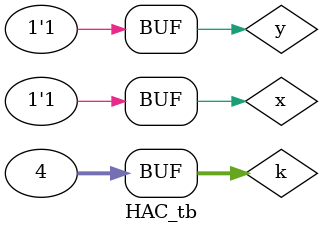
<source format=v>
module HAC(
    input x, y,
    output z, c
);
    assign z = x ^ y;
    assign c = x & y;
endmodule

module HAC_tb;
    reg x, y;
    wire z, c;

    HAC inst(.x(x), .y(y), .z(z), .c(c));

    initial begin
        $display("x\ty\t|\tc\tz");
        $monitor("%b\t%b\t|\t%b\t%b", x, y, c, z);
    end

    integer k;
    initial begin
        {x, y} = 0;
        for ( k = 1 ; k < 4 ; k = k+1)
            #10 {x, y} = k;
    end
endmodule
</source>
